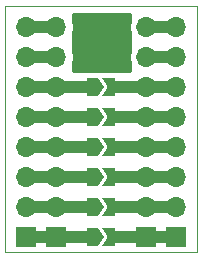
<source format=gbr>
G04 #@! TF.GenerationSoftware,KiCad,Pcbnew,5.1.5+dfsg1-2*
G04 #@! TF.CreationDate,2020-01-22T22:25:37+01:00*
G04 #@! TF.ProjectId,jumper-module,6a756d70-6572-42d6-9d6f-64756c652e6b,v1*
G04 #@! TF.SameCoordinates,Original*
G04 #@! TF.FileFunction,Copper,L1,Top*
G04 #@! TF.FilePolarity,Positive*
%FSLAX46Y46*%
G04 Gerber Fmt 4.6, Leading zero omitted, Abs format (unit mm)*
G04 Created by KiCad (PCBNEW 5.1.5+dfsg1-2) date 2020-01-22 22:25:37*
%MOMM*%
%LPD*%
G04 APERTURE LIST*
%ADD10C,0.100000*%
%ADD11C,1.700000*%
%ADD12O,1.700000X1.700000*%
%ADD13R,1.700000X1.700000*%
%ADD14C,0.150000*%
%ADD15C,1.000000*%
%ADD16C,0.254000*%
G04 APERTURE END LIST*
D10*
X149606000Y-85852000D02*
X149606000Y-106680000D01*
X133350000Y-85852000D02*
X149606000Y-85852000D01*
X133350000Y-106680000D02*
X133350000Y-85852000D01*
X149606000Y-106680000D02*
X133350000Y-106680000D01*
D11*
X140208000Y-87630000D03*
D12*
X142748000Y-87630000D03*
X140208000Y-90170000D03*
X142748000Y-90170000D03*
D13*
X147828000Y-105410000D03*
D12*
X147828000Y-102870000D03*
X147828000Y-100330000D03*
X147828000Y-97790000D03*
X147828000Y-95250000D03*
X147828000Y-92710000D03*
X147828000Y-90170000D03*
X147828000Y-87630000D03*
X145288000Y-87630000D03*
X145288000Y-90170000D03*
X145288000Y-92710000D03*
X145288000Y-95250000D03*
X145288000Y-97790000D03*
X145288000Y-100330000D03*
X145288000Y-102870000D03*
D13*
X145288000Y-105410000D03*
X137668000Y-105410000D03*
D12*
X137668000Y-102870000D03*
X137668000Y-100330000D03*
X137668000Y-97790000D03*
X137668000Y-95250000D03*
X137668000Y-92710000D03*
X137668000Y-90170000D03*
X137668000Y-87630000D03*
X135128000Y-87630000D03*
X135128000Y-90170000D03*
X135128000Y-92710000D03*
X135128000Y-95250000D03*
X135128000Y-97790000D03*
X135128000Y-100330000D03*
X135128000Y-102870000D03*
D13*
X135128000Y-105410000D03*
G04 #@! TA.AperFunction,SMDPad,CuDef*
D14*
G36*
X142666000Y-106160000D02*
G01*
X141516000Y-106160000D01*
X142016000Y-105410000D01*
X141516000Y-104660000D01*
X142666000Y-104660000D01*
X142666000Y-106160000D01*
G37*
G04 #@! TD.AperFunction*
G04 #@! TA.AperFunction,SMDPad,CuDef*
G36*
X141716000Y-105410000D02*
G01*
X141216000Y-106160000D01*
X140216000Y-106160000D01*
X140216000Y-104660000D01*
X141216000Y-104660000D01*
X141716000Y-105410000D01*
G37*
G04 #@! TD.AperFunction*
G04 #@! TA.AperFunction,SMDPad,CuDef*
G36*
X141716000Y-102870000D02*
G01*
X141216000Y-103620000D01*
X140216000Y-103620000D01*
X140216000Y-102120000D01*
X141216000Y-102120000D01*
X141716000Y-102870000D01*
G37*
G04 #@! TD.AperFunction*
G04 #@! TA.AperFunction,SMDPad,CuDef*
G36*
X142666000Y-103620000D02*
G01*
X141516000Y-103620000D01*
X142016000Y-102870000D01*
X141516000Y-102120000D01*
X142666000Y-102120000D01*
X142666000Y-103620000D01*
G37*
G04 #@! TD.AperFunction*
G04 #@! TA.AperFunction,SMDPad,CuDef*
G36*
X142666000Y-101080000D02*
G01*
X141516000Y-101080000D01*
X142016000Y-100330000D01*
X141516000Y-99580000D01*
X142666000Y-99580000D01*
X142666000Y-101080000D01*
G37*
G04 #@! TD.AperFunction*
G04 #@! TA.AperFunction,SMDPad,CuDef*
G36*
X141716000Y-100330000D02*
G01*
X141216000Y-101080000D01*
X140216000Y-101080000D01*
X140216000Y-99580000D01*
X141216000Y-99580000D01*
X141716000Y-100330000D01*
G37*
G04 #@! TD.AperFunction*
G04 #@! TA.AperFunction,SMDPad,CuDef*
G36*
X141716000Y-97790000D02*
G01*
X141216000Y-98540000D01*
X140216000Y-98540000D01*
X140216000Y-97040000D01*
X141216000Y-97040000D01*
X141716000Y-97790000D01*
G37*
G04 #@! TD.AperFunction*
G04 #@! TA.AperFunction,SMDPad,CuDef*
G36*
X142666000Y-98540000D02*
G01*
X141516000Y-98540000D01*
X142016000Y-97790000D01*
X141516000Y-97040000D01*
X142666000Y-97040000D01*
X142666000Y-98540000D01*
G37*
G04 #@! TD.AperFunction*
G04 #@! TA.AperFunction,SMDPad,CuDef*
G36*
X142666000Y-96000000D02*
G01*
X141516000Y-96000000D01*
X142016000Y-95250000D01*
X141516000Y-94500000D01*
X142666000Y-94500000D01*
X142666000Y-96000000D01*
G37*
G04 #@! TD.AperFunction*
G04 #@! TA.AperFunction,SMDPad,CuDef*
G36*
X141716000Y-95250000D02*
G01*
X141216000Y-96000000D01*
X140216000Y-96000000D01*
X140216000Y-94500000D01*
X141216000Y-94500000D01*
X141716000Y-95250000D01*
G37*
G04 #@! TD.AperFunction*
G04 #@! TA.AperFunction,SMDPad,CuDef*
G36*
X141716000Y-92710000D02*
G01*
X141216000Y-93460000D01*
X140216000Y-93460000D01*
X140216000Y-91960000D01*
X141216000Y-91960000D01*
X141716000Y-92710000D01*
G37*
G04 #@! TD.AperFunction*
G04 #@! TA.AperFunction,SMDPad,CuDef*
G36*
X142666000Y-93460000D02*
G01*
X141516000Y-93460000D01*
X142016000Y-92710000D01*
X141516000Y-91960000D01*
X142666000Y-91960000D01*
X142666000Y-93460000D01*
G37*
G04 #@! TD.AperFunction*
D15*
X135128000Y-87630000D02*
X137668000Y-87630000D01*
X135128000Y-90170000D02*
X137668000Y-90170000D01*
X135128000Y-92710000D02*
X137668000Y-92710000D01*
X137668000Y-92710000D02*
X140716000Y-92710000D01*
X135128000Y-95250000D02*
X137668000Y-95250000D01*
X137668000Y-95250000D02*
X140716000Y-95250000D01*
X137668000Y-97790000D02*
X140716000Y-97790000D01*
X135128000Y-97790000D02*
X137668000Y-97790000D01*
X135128000Y-100330000D02*
X137668000Y-100330000D01*
X137668000Y-100330000D02*
X140716000Y-100330000D01*
X135128000Y-102870000D02*
X137668000Y-102870000D01*
X137668000Y-102870000D02*
X140716000Y-102870000D01*
X135128000Y-105410000D02*
X137668000Y-105410000D01*
X137668000Y-105410000D02*
X140716000Y-105410000D01*
X145288000Y-105410000D02*
X147828000Y-105410000D01*
X143438000Y-105410000D02*
X142416010Y-105410000D01*
X145288000Y-105410000D02*
X143438000Y-105410000D01*
X147828000Y-102870000D02*
X145288000Y-102870000D01*
X145288000Y-102870000D02*
X142416010Y-102870000D01*
X145288000Y-100330000D02*
X147828000Y-100330000D01*
X145288000Y-100330000D02*
X142416010Y-100330000D01*
X147828000Y-97790000D02*
X145288000Y-97790000D01*
X145288000Y-97790000D02*
X142416010Y-97790000D01*
X145288000Y-95250000D02*
X147828000Y-95250000D01*
X144085919Y-95250000D02*
X142416010Y-95250000D01*
X145288000Y-95250000D02*
X144085919Y-95250000D01*
X147828000Y-92710000D02*
X145288000Y-92710000D01*
X144085919Y-92710000D02*
X142416010Y-92710000D01*
X145288000Y-92710000D02*
X144085919Y-92710000D01*
X145288000Y-90170000D02*
X147828000Y-90170000D01*
X147828000Y-87630000D02*
X145288000Y-87630000D01*
D16*
G36*
X143891000Y-87122165D02*
G01*
X143860068Y-87196842D01*
X143803000Y-87483740D01*
X143803000Y-87776260D01*
X143860068Y-88063158D01*
X143891000Y-88137835D01*
X143891000Y-89662165D01*
X143860068Y-89736842D01*
X143803000Y-90023740D01*
X143803000Y-90316260D01*
X143860068Y-90603158D01*
X143891000Y-90677835D01*
X143891000Y-91313000D01*
X139065000Y-91313000D01*
X139065000Y-90677835D01*
X139095932Y-90603158D01*
X139153000Y-90316260D01*
X139153000Y-90023740D01*
X139095932Y-89736842D01*
X139065000Y-89662165D01*
X139065000Y-88137835D01*
X139095932Y-88063158D01*
X139153000Y-87776260D01*
X139153000Y-87483740D01*
X139095932Y-87196842D01*
X139065000Y-87122165D01*
X139065000Y-86537000D01*
X143891000Y-86537000D01*
X143891000Y-87122165D01*
G37*
X143891000Y-87122165D02*
X143860068Y-87196842D01*
X143803000Y-87483740D01*
X143803000Y-87776260D01*
X143860068Y-88063158D01*
X143891000Y-88137835D01*
X143891000Y-89662165D01*
X143860068Y-89736842D01*
X143803000Y-90023740D01*
X143803000Y-90316260D01*
X143860068Y-90603158D01*
X143891000Y-90677835D01*
X143891000Y-91313000D01*
X139065000Y-91313000D01*
X139065000Y-90677835D01*
X139095932Y-90603158D01*
X139153000Y-90316260D01*
X139153000Y-90023740D01*
X139095932Y-89736842D01*
X139065000Y-89662165D01*
X139065000Y-88137835D01*
X139095932Y-88063158D01*
X139153000Y-87776260D01*
X139153000Y-87483740D01*
X139095932Y-87196842D01*
X139065000Y-87122165D01*
X139065000Y-86537000D01*
X143891000Y-86537000D01*
X143891000Y-87122165D01*
M02*

</source>
